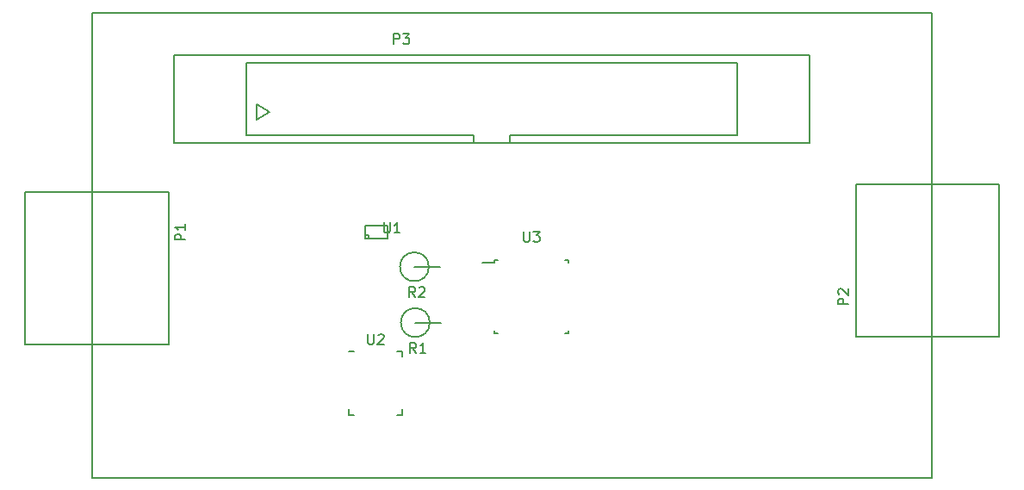
<source format=gto>
G04 #@! TF.FileFunction,Legend,Top*
%FSLAX46Y46*%
G04 Gerber Fmt 4.6, Leading zero omitted, Abs format (unit mm)*
G04 Created by KiCad (PCBNEW 4.0.2-4+6225~38~ubuntu14.04.1-stable) date Fri 25 Mar 2016 04:25:24 PM CET*
%MOMM*%
G01*
G04 APERTURE LIST*
%ADD10C,0.150000*%
G04 APERTURE END LIST*
D10*
X219710000Y-93980000D02*
X137160000Y-93980000D01*
X219710000Y-139700000D02*
X219710000Y-93980000D01*
X137160000Y-139700000D02*
X219710000Y-139700000D01*
X137160000Y-93980000D02*
X137160000Y-139700000D01*
X144655120Y-126619860D02*
X130558120Y-126619860D01*
X130558120Y-111633860D02*
X144655120Y-111633860D01*
X144655120Y-126619860D02*
X144655120Y-111633860D01*
X130558120Y-126619860D02*
X130558120Y-111633860D01*
X212214880Y-110870140D02*
X226311880Y-110870140D01*
X226311880Y-125856140D02*
X212214880Y-125856140D01*
X212214880Y-110870140D02*
X212214880Y-125856140D01*
X226311880Y-110870140D02*
X226311880Y-125856140D01*
X154597100Y-103733600D02*
X153327100Y-102971600D01*
X153327100Y-102971600D02*
X153327100Y-104495600D01*
X153327100Y-104495600D02*
X154597100Y-103733600D01*
X145199100Y-98145600D02*
X145199100Y-106781600D01*
X145199100Y-106781600D02*
X207683100Y-106781600D01*
X207683100Y-106781600D02*
X207683100Y-98145600D01*
X207683100Y-98145600D02*
X145199100Y-98145600D01*
X174663100Y-106781600D02*
X174663100Y-106019600D01*
X174663100Y-106019600D02*
X152311100Y-106019600D01*
X152311100Y-106019600D02*
X152311100Y-98907600D01*
X152311100Y-98907600D02*
X200571100Y-98907600D01*
X200571100Y-98907600D02*
X200571100Y-106019600D01*
X200571100Y-106019600D02*
X178219100Y-106019600D01*
X178219100Y-106019600D02*
X178219100Y-106781600D01*
X168910000Y-124460000D02*
X171450000Y-124460000D01*
X170329903Y-124460000D02*
G75*
G03X170329903Y-124460000I-1419903J0D01*
G01*
X168821100Y-118973600D02*
X171361100Y-118973600D01*
X170241003Y-118973600D02*
G75*
G03X170241003Y-118973600I-1419903J0D01*
G01*
X164000000Y-115870000D02*
X164300000Y-115870000D01*
X164300000Y-115870000D02*
X164300000Y-116170000D01*
X166200000Y-114970000D02*
X164000000Y-114970000D01*
X164000000Y-114970000D02*
X164000000Y-116170000D01*
X164000000Y-116170000D02*
X166200000Y-116170000D01*
X166200000Y-116170000D02*
X166200000Y-114970000D01*
X167636100Y-127278600D02*
X167636100Y-127803600D01*
X162386100Y-133528600D02*
X162386100Y-133003600D01*
X167636100Y-133528600D02*
X167636100Y-133003600D01*
X162386100Y-127278600D02*
X162911100Y-127278600D01*
X162386100Y-133528600D02*
X162911100Y-133528600D01*
X167636100Y-133528600D02*
X167111100Y-133528600D01*
X167636100Y-127278600D02*
X167111100Y-127278600D01*
X176715000Y-118295000D02*
X176715000Y-118595000D01*
X183965000Y-118295000D02*
X183965000Y-118595000D01*
X183965000Y-125545000D02*
X183965000Y-125245000D01*
X176715000Y-125545000D02*
X176715000Y-125245000D01*
X176715000Y-118295000D02*
X177015000Y-118295000D01*
X176715000Y-125545000D02*
X177015000Y-125545000D01*
X183965000Y-125545000D02*
X183665000Y-125545000D01*
X183965000Y-118295000D02*
X183665000Y-118295000D01*
X176715000Y-118595000D02*
X175490000Y-118595000D01*
X146312381Y-116308095D02*
X145312381Y-116308095D01*
X145312381Y-115927142D01*
X145360000Y-115831904D01*
X145407619Y-115784285D01*
X145502857Y-115736666D01*
X145645714Y-115736666D01*
X145740952Y-115784285D01*
X145788571Y-115831904D01*
X145836190Y-115927142D01*
X145836190Y-116308095D01*
X146312381Y-114784285D02*
X146312381Y-115355714D01*
X146312381Y-115070000D02*
X145312381Y-115070000D01*
X145455238Y-115165238D01*
X145550476Y-115260476D01*
X145598095Y-115355714D01*
X211462381Y-122658095D02*
X210462381Y-122658095D01*
X210462381Y-122277142D01*
X210510000Y-122181904D01*
X210557619Y-122134285D01*
X210652857Y-122086666D01*
X210795714Y-122086666D01*
X210890952Y-122134285D01*
X210938571Y-122181904D01*
X210986190Y-122277142D01*
X210986190Y-122658095D01*
X210557619Y-121705714D02*
X210510000Y-121658095D01*
X210462381Y-121562857D01*
X210462381Y-121324761D01*
X210510000Y-121229523D01*
X210557619Y-121181904D01*
X210652857Y-121134285D01*
X210748095Y-121134285D01*
X210890952Y-121181904D01*
X211462381Y-121753333D01*
X211462381Y-121134285D01*
X166813005Y-97073981D02*
X166813005Y-96073981D01*
X167193958Y-96073981D01*
X167289196Y-96121600D01*
X167336815Y-96169219D01*
X167384434Y-96264457D01*
X167384434Y-96407314D01*
X167336815Y-96502552D01*
X167289196Y-96550171D01*
X167193958Y-96597790D01*
X166813005Y-96597790D01*
X167717767Y-96073981D02*
X168336815Y-96073981D01*
X168003481Y-96454933D01*
X168146339Y-96454933D01*
X168241577Y-96502552D01*
X168289196Y-96550171D01*
X168336815Y-96645410D01*
X168336815Y-96883505D01*
X168289196Y-96978743D01*
X168241577Y-97026362D01*
X168146339Y-97073981D01*
X167860624Y-97073981D01*
X167765386Y-97026362D01*
X167717767Y-96978743D01*
X168997334Y-127452381D02*
X168664000Y-126976190D01*
X168425905Y-127452381D02*
X168425905Y-126452381D01*
X168806858Y-126452381D01*
X168902096Y-126500000D01*
X168949715Y-126547619D01*
X168997334Y-126642857D01*
X168997334Y-126785714D01*
X168949715Y-126880952D01*
X168902096Y-126928571D01*
X168806858Y-126976190D01*
X168425905Y-126976190D01*
X169949715Y-127452381D02*
X169378286Y-127452381D01*
X169664000Y-127452381D02*
X169664000Y-126452381D01*
X169568762Y-126595238D01*
X169473524Y-126690476D01*
X169378286Y-126738095D01*
X168908434Y-121965981D02*
X168575100Y-121489790D01*
X168337005Y-121965981D02*
X168337005Y-120965981D01*
X168717958Y-120965981D01*
X168813196Y-121013600D01*
X168860815Y-121061219D01*
X168908434Y-121156457D01*
X168908434Y-121299314D01*
X168860815Y-121394552D01*
X168813196Y-121442171D01*
X168717958Y-121489790D01*
X168337005Y-121489790D01*
X169289386Y-121061219D02*
X169337005Y-121013600D01*
X169432243Y-120965981D01*
X169670339Y-120965981D01*
X169765577Y-121013600D01*
X169813196Y-121061219D01*
X169860815Y-121156457D01*
X169860815Y-121251695D01*
X169813196Y-121394552D01*
X169241767Y-121965981D01*
X169860815Y-121965981D01*
X165838095Y-114622381D02*
X165838095Y-115431905D01*
X165885714Y-115527143D01*
X165933333Y-115574762D01*
X166028571Y-115622381D01*
X166219048Y-115622381D01*
X166314286Y-115574762D01*
X166361905Y-115527143D01*
X166409524Y-115431905D01*
X166409524Y-114622381D01*
X167409524Y-115622381D02*
X166838095Y-115622381D01*
X167123809Y-115622381D02*
X167123809Y-114622381D01*
X167028571Y-114765238D01*
X166933333Y-114860476D01*
X166838095Y-114908095D01*
X164249195Y-125605981D02*
X164249195Y-126415505D01*
X164296814Y-126510743D01*
X164344433Y-126558362D01*
X164439671Y-126605981D01*
X164630148Y-126605981D01*
X164725386Y-126558362D01*
X164773005Y-126510743D01*
X164820624Y-126415505D01*
X164820624Y-125605981D01*
X165249195Y-125701219D02*
X165296814Y-125653600D01*
X165392052Y-125605981D01*
X165630148Y-125605981D01*
X165725386Y-125653600D01*
X165773005Y-125701219D01*
X165820624Y-125796457D01*
X165820624Y-125891695D01*
X165773005Y-126034552D01*
X165201576Y-126605981D01*
X165820624Y-126605981D01*
X179578095Y-115522381D02*
X179578095Y-116331905D01*
X179625714Y-116427143D01*
X179673333Y-116474762D01*
X179768571Y-116522381D01*
X179959048Y-116522381D01*
X180054286Y-116474762D01*
X180101905Y-116427143D01*
X180149524Y-116331905D01*
X180149524Y-115522381D01*
X180530476Y-115522381D02*
X181149524Y-115522381D01*
X180816190Y-115903333D01*
X180959048Y-115903333D01*
X181054286Y-115950952D01*
X181101905Y-115998571D01*
X181149524Y-116093810D01*
X181149524Y-116331905D01*
X181101905Y-116427143D01*
X181054286Y-116474762D01*
X180959048Y-116522381D01*
X180673333Y-116522381D01*
X180578095Y-116474762D01*
X180530476Y-116427143D01*
M02*

</source>
